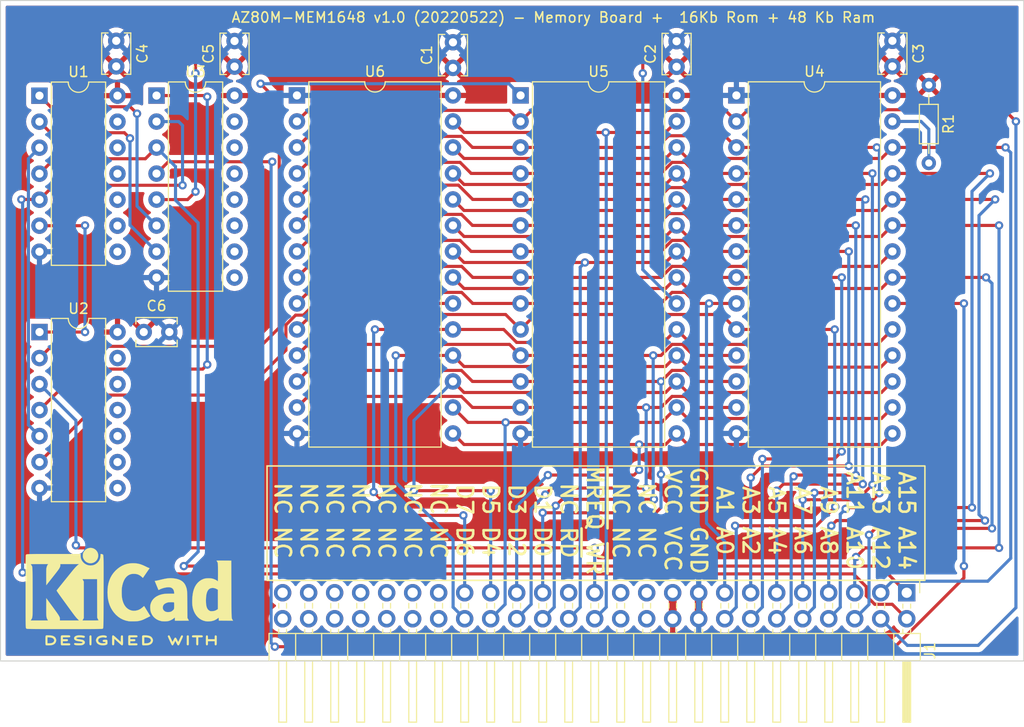
<source format=kicad_pcb>
(kicad_pcb (version 20211014) (generator pcbnew)
  (title_block (title "AZ80 Mermory Board 1648") (date "2022-05-22") (rev "v1.0") (company "Andrea Bettarini") (comment 1 "Scheda memoria 16Kb ROM - 48Kb Ram"))
  (layers (0 "F.Cu" signal) (31 "B.Cu" signal) (34 "B.Paste" user) (35 "F.Paste" user) (36 "B.SilkS" user "B.Silkscreen") (37 "F.SilkS" user "F.Silkscreen") (38 "B.Mask" user) (39 "F.Mask" user) (44 "Edge.Cuts" user))
  (net 0 "")
  (net 1 "~{CS_RAM_2}")
  (net 2 "A14")
  (net 3 "A15")
  (net 4 "~{CS_ROM}")
  (net 5 "~{CS_RAM_1}")
  (net 6 "GND")
  (net 7 "VCC")
  (net 12 "~{MREQ}")
  (net 13 "~{WR}")
  (net 15 "A14'")
  (net 16 "A12")
  (net 17 "A7")
  (net 18 "A6")
  (net 19 "A5")
  (net 20 "A4")
  (net 21 "A3")
  (net 22 "A2")
  (net 23 "A1")
  (net 24 "A0")
  (net 25 "A10")
  (net 26 "A11")
  (net 27 "A9")
  (net 28 "A8")
  (net 29 "A13")
  (net 30 "~{RD}")
  (net 31 "D1")
  (net 32 "D0")
  (net 33 "D3")
  (net 34 "D2")
  (net 35 "D5")
  (net 36 "D4")
  (net 37 "D7")
  (net 38 "D6")
  (net 53 "Net-(U1-Pad1)")
  (net 54 "Net-(U1-Pad2)")
  (net 55 "Net-(U1-Pad3)")
  (net 56 "Net-(U1-Pad6)")
  (net 57 "Net-(U2-Pad4)")
  (net 58 "Net-(R1-Pad2)")
  (footprint "Package_DIP:DIP-28_W15.24mm" (layer "F.Cu") (at 166.751 74.676)
    (fp_text reference "U4")
    (fp_text value "28C256")
  )
  (footprint "Symbol:KiCad-Logo2_8mm_SilkScreen" (layer "F.Cu") (at 107.442 122.809)
    (fp_text reference "REF**" hide)
    (fp_text value "KiCad-Logo2_8mm_SilkScreen" hide)
  )
  (footprint "Package_DIP:DIP-14_W7.62mm" (layer "F.Cu") (at 98.679 97.79)
    (fp_text reference "U2")
    (fp_text value "74LS04")
  )
  (footprint "Connector_PinHeader_2.54mm:PinHeader_2x25_P2.54mm_Horizontal" (layer "F.Cu") (at 183.388 123.255 -90)
    (fp_text reference "J1")
    (fp_text value "Z50Bus")
  )
  (footprint "Package_DIP:DIP-28_W15.24mm" (layer "F.Cu") (at 123.825 74.676)
    (fp_text reference "U6")
    (fp_text value "CY62256-70PC")
  )
  (footprint "Capacitor_THT:C_Disc_D3.8mm_W2.6mm_P2.50mm" (layer "F.Cu") (at 117.729 71.862 90)
    (fp_text reference "C5")
    (fp_text value "100n")
  )
  (footprint "Package_DIP:DIP-28_W15.24mm" (layer "F.Cu") (at 145.669 74.676)
    (fp_text reference "U5")
    (fp_text value "CY62256-70PC")
  )
  (footprint "Capacitor_THT:C_Disc_D3.8mm_W2.6mm_P2.50mm" (layer "F.Cu") (at 139.065 71.989 90)
    (fp_text reference "C1")
    (fp_text value "100n")
  )
  (footprint "Package_DIP:DIP-14_W7.62mm" (layer "F.Cu") (at 98.674 74.701)
    (fp_text reference "U1")
    (fp_text value "74LS86")
  )
  (footprint "Resistor_THT:R_Axial_DIN0204_L3.6mm_D1.6mm_P7.62mm_Horizontal" (layer "F.Cu") (at 185.547 73.66 -90)
    (fp_text reference "R1")
    (fp_text value "10k")
  )
  (footprint "Capacitor_THT:C_Disc_D3.8mm_W2.6mm_P2.50mm" (layer "F.Cu") (at 181.991 69.342 -90)
    (fp_text reference "C3")
    (fp_text value "100n")
  )
  (footprint "Package_DIP:DIP-16_W7.62mm" (layer "F.Cu") (at 110.109 74.691)
    (fp_text reference "U3")
    (fp_text value "74LS139")
  )
  (footprint "Capacitor_THT:C_Disc_D3.8mm_W2.6mm_P2.50mm" (layer "F.Cu") (at 106.172 69.342 -90)
    (fp_text reference "C4")
    (fp_text value "100n")
  )
  (footprint "Capacitor_THT:C_Disc_D3.8mm_W2.6mm_P2.50mm" (layer "F.Cu") (at 160.909 71.882 90)
    (fp_text reference "C2")
    (fp_text value "100n")
  )
  (footprint "Capacitor_THT:C_Disc_D3.8mm_W2.6mm_P2.50mm" (layer "F.Cu") (at 108.859 97.79)
    (fp_text reference "C6")
    (fp_text value "100n")
  )
  (gr_rect (start 185.166 110.871) (end 120.904 122.047) (layer "F.SilkS") (width 0.15) (fill none))
  (gr_rect (start 94.869 65.405) (end 194.818 129.921) (layer "Edge.Cuts") (width 0.1) (fill none))
  (gr_text "D1 D0" (at 147.828 116.205 270) (layer "F.SilkS") (effects (font (size 1.524 1.524) (thickness 0.254))))
  (gr_text "GND GND" (at 163.068 116.205 270) (layer "F.SilkS") (effects (font (size 1.524 1.524) (thickness 0.254))))
  (gr_text "A13 A12" (at 180.848 116.205 270) (layer "F.SilkS") (effects (font (size 1.524 1.524) (thickness 0.254))))
  (gr_text "D5 D4" (at 142.748 116.205 270) (layer "F.SilkS") (effects (font (size 1.524 1.524) (thickness 0.254))))
  (gr_text "D7 D6" (at 140.208 116.205 270) (layer "F.SilkS") (effects (font (size 1.524 1.524) (thickness 0.254))))
  (gr_text "A11 A10" (at 178.308 116.205 270) (layer "F.SilkS") (effects (font (size 1.524 1.524) (thickness 0.254))))
  (gr_text "D3 D2" (at 145.288 116.205 270) (layer "F.SilkS") (effects (font (size 1.524 1.524) (thickness 0.254))))
  (gr_text "NC NC" (at 124.968 116.205 270) (layer "F.SilkS") (effects (font (size 1.524 1.524) (thickness 0.254))))
  (gr_text "NC NC" (at 157.988 116.205 270) (layer "F.SilkS") (effects (font (size 1.524 1.524) (thickness 0.254))))
  (gr_text "NC NC" (at 137.668 116.205 270) (layer "F.SilkS") (effects (font (size 1.524 1.524) (thickness 0.254))))
  (gr_text "A1 A0" (at 165.608 116.205 270) (layer "F.SilkS") (effects (font (size 1.524 1.524) (thickness 0.254))))
  (gr_text "AZ80M-MEM1648 v1.0 (20220522) - Memory Board +  16Kb Rom + 48 Kb Ram" (at 117.348 67.056) (layer "F.SilkS") (effects (font (size 1 1)) (justify left)))
  (gr_text "A9 A8" (at 175.768 116.205 270) (layer "F.SilkS") (effects (font (size 1.524 1.524) (thickness 0.254))))
  (gr_text "~{MREQ} ~{WR}" (at 152.908 116.205 270) (layer "F.SilkS") (effects (font (size 1.524 1.524) (thickness 0.254))))
  (gr_text "A3 A2" (at 168.148 116.205 270) (layer "F.SilkS") (effects (font (size 1.524 1.524) (thickness 0.254))))
  (gr_text "NC ~{RD}" (at 150.368 116.205 270) (layer "F.SilkS") (effects (font (size 1.524 1.524) (thickness 0.254))))
  (gr_text "NC NC" (at 155.448 116.205 270) (layer "F.SilkS") (effects (font (size 1.524 1.524) (thickness 0.254))))
  (gr_text "NC NC" (at 127.508 116.205 270) (layer "F.SilkS") (effects (font (size 1.524 1.524) (thickness 0.254))))
  (gr_text "VCC VCC" (at 160.528 116.205 270) (layer "F.SilkS") (effects (font (size 1.524 1.524) (thickness 0.254))))
  (gr_text "NC NC" (at 135.128 116.205 270) (layer "F.SilkS") (effects (font (size 1.524 1.524) (thickness 0.254))))
  (gr_text "NC NC" (at 130.048 116.205 270) (layer "F.SilkS") (effects (font (size 1.524 1.524) (thickness 0.254))))
  (gr_text "A5 A4" (at 170.688 116.205 270) (layer "F.SilkS") (effects (font (size 1.524 1.524) (thickness 0.254))))
  (gr_text "NC NC" (at 132.588 116.205 270) (layer "F.SilkS") (effects (font (size 1.524 1.524) (thickness 0.254))))
  (gr_text "NC NC" (at 122.428 116.205 270) (layer "F.SilkS") (effects (font (size 1.524 1.524) (thickness 0.254))))
  (gr_text "A7 A6" (at 173.228 116.205 270) (layer "F.SilkS") (effects (font (size 1.524 1.524) (thickness 0.254))))
  (gr_text "A15 A14" (at 183.388 116.205 270) (layer "F.SilkS") (effects (font (size 1.524 1.524) (thickness 0.254))))
  (segment (start 122.746089 99.566822) (end 122.746089 97.089099) (width 0.3048) (layer "F.Cu") (net 1))
  (segment (start 122.746089 97.089099) (end 123.696188 96.139) (width 0.3048) (layer "F.Cu") (net 1))
  (segment (start 105.220089 103.948911) (end 118.364 103.948911) (width 0.3048) (layer "F.Cu") (net 1))
  (segment (start 125.603 94.996) (end 139.065 94.996) (width 0.3048) (layer "F.Cu") (net 1))
  (segment (start 98.679 110.49) (end 105.220089 103.948911) (width 0.3048) (layer "F.Cu") (net 1))
  (segment (start 124.46 96.139) (end 125.603 94.996) (width 0.3048) (layer "F.Cu") (net 1))
  (segment (start 118.364 103.948911) (end 122.746089 99.566822) (width 0.3048) (layer "F.Cu") (net 1))
  (segment (start 123.696188 96.139) (end 124.46 96.139) (width 0.3048) (layer "F.Cu") (net 1))
  (segment (start 181.976911 124.383911) (end 180.263911 124.383911) (width 0.3048) (layer "F.Cu") (net 2))
  (segment (start 98.649 84.836) (end 98.674 84.861) (width 0.3048) (layer "F.Cu") (net 2))
  (segment (start 97.155 121.412) (end 97.028 121.285) (width 0.3048) (layer "F.Cu") (net 2))
  (segment (start 183.388 125.795) (end 181.976911 124.383911) (width 0.3048) (layer "F.Cu") (net 2))
  (segment (start 180.263911 124.383911) (end 179.436911 123.556911) (width 0.3048) (layer "F.Cu") (net 2))
  (segment (start 100.081 83.454) (end 112.649 83.454) (width 0.3048) (layer "F.Cu") (net 2))
  (segment (start 96.909789 84.836) (end 98.649 84.836) (width 0.3048) (layer "F.Cu") (net 2))
  (segment (start 178.181 121.412) (end 97.155 121.412) (width 0.3048) (layer "F.Cu") (net 2))
  (segment (start 179.436911 123.556911) (end 179.436911 122.667911) (width 0.3048) (layer "F.Cu") (net 2))
  (segment (start 179.436911 122.667911) (end 178.181 121.412) (width 0.3048) (layer "F.Cu") (net 2))
  (segment (start 98.674 84.861) (end 100.081 83.454) (width 0.3048) (layer "F.Cu") (net 2))
  (via (at 96.909789 84.836) (size 0.8128) (drill 0.4064) (layers "F.Cu" "B.Cu") (net 2))
  (via (at 97.028 121.285) (size 0.8128) (drill 0.4064) (layers "F.Cu" "B.Cu") (net 2))
  (via (at 112.649 83.454) (size 0.8128) (drill 0.4064) (layers "F.Cu" "B.Cu") (net 2))
  (segment (start 112.268 77.231) (end 110.109 77.231) (width 0.3048) (layer "B.Cu") (net 2))
  (segment (start 97.028 121.285) (end 97.028 84.954211) (width 0.3048) (layer "B.Cu") (net 2))
  (segment (start 97.028 84.954211) (end 96.909789 84.836) (width 0.3048) (layer "B.Cu") (net 2))
  (segment (start 112.649 83.454) (end 112.649 77.612) (width 0.3048) (layer "B.Cu") (net 2))
  (segment (start 112.649 77.612) (end 112.268 77.231) (width 0.3048) (layer "B.Cu") (net 2))
  (segment (start 100.135089 80.859911) (end 109.020089 80.859911) (width 0.3048) (layer "F.Cu") (net 3))
  (segment (start 183.388 123.255) (end 180.783 120.65) (width 0.3048) (layer "F.Cu") (net 3))
  (segment (start 98.674 82.321) (end 100.135089 80.859911) (width 0.3048) (layer "F.Cu") (net 3))
  (segment (start 180.783 120.65) (end 112.776 120.65) (width 0.3048) (layer "F.Cu") (net 3))
  (segment (start 109.020089 80.859911) (end 110.109 79.771) (width 0.3048) (layer "F.Cu") (net 3))
  (via (at 112.776 120.65) (size 0.8128) (drill 0.4064) (layers "F.Cu" "B.Cu") (net 3))
  (segment (start 110.109 79.771) (end 111.963689 81.625689) (width 0.3048) (layer "B.Cu") (net 3))
  (segment (start 114.173 119.253) (end 112.776 120.65) (width 0.3048) (layer "B.Cu") (net 3))
  (segment (start 111.963689 81.625689) (end 111.963689 84.912689) (width 0.3048) (layer "B.Cu") (net 3))
  (segment (start 111.963689 84.912689) (end 114.173 87.122) (width 0.3048) (layer "B.Cu") (net 3))
  (segment (start 114.173 87.122) (end 114.173 119.253) (width 0.3048) (layer "B.Cu") (net 3))
  (segment (start 188.976 94.996) (end 181.991 94.996) (width 0.3048) (layer "F.Cu") (net 4))
  (segment (start 121.666 128.524) (end 182.255522 128.524) (width 0.3048) (layer "F.Cu") (net 4))
  (segment (start 182.255522 128.524) (end 188.976 121.803522) (width 0.3048) (layer "F.Cu") (net 4))
  (segment (start 111.267 81.153) (end 121.412 81.153) (width 0.3048) (layer "F.Cu") (net 4))
  (segment (start 188.976 121.803522) (end 188.976 120.65) (width 0.3048) (layer "F.Cu") (net 4))
  (segment (start 110.109 82.311) (end 111.267 81.153) (width 0.3048) (layer "F.Cu") (net 4))
  (via (at 188.976 120.65) (size 0.8128) (drill 0.4064) (layers "F.Cu" "B.Cu") (net 4))
  (via (at 188.976 94.996) (size 0.8128) (drill 0.4064) (layers "F.Cu" "B.Cu") (net 4))
  (via (at 121.666 128.524) (size 0.8128) (drill 0.4064) (layers "F.Cu" "B.Cu") (net 4))
  (via (at 121.412 81.153) (size 0.8128) (drill 0.4064) (layers "F.Cu" "B.Cu") (net 4))
  (segment (start 121.299089 128.157089) (end 121.666 128.524) (width 0.3048) (layer "B.Cu") (net 4))
  (segment (start 121.412 81.153) (end 121.299089 81.265911) (width 0.3048) (layer "B.Cu") (net 4))
  (segment (start 188.976 120.65) (end 188.976 94.996) (width 0.3048) (layer "B.Cu") (net 4))
  (segment (start 121.299089 81.265911) (end 121.299089 128.157089) (width 0.3048) (layer "B.Cu") (net 4))
  (segment (start 155.956 67.437) (end 114.935 67.437) (width 0.3048) (layer "F.Cu") (net 5))
  (segment (start 113.142 84.851) (end 113.919 84.074) (width 0.3048) (layer "F.Cu") (net 5))
  (segment (start 110.109 84.851) (end 113.142 84.851) (width 0.3048) (layer "F.Cu") (net 5))
  (segment (start 113.919 68.453) (end 113.919 72.517) (width 0.3048) (layer "F.Cu") (net 5))
  (segment (start 157.607 72.517) (end 157.607 69.088) (width 0.3048) (layer "F.Cu") (net 5))
  (segment (start 157.607 69.088) (end 155.956 67.437) (width 0.3048) (layer "F.Cu") (net 5))
  (segment (start 114.935 67.437) (end 113.919 68.453) (width 0.3048) (layer "F.Cu") (net 5))
  (via (at 113.919 84.074) (size 0.8128) (drill 0.4064) (layers "F.Cu" "B.Cu") (net 5))
  (via (at 113.919 72.517) (size 0.8128) (drill 0.4064) (layers "F.Cu" "B.Cu") (net 5))
  (via (at 157.607 72.517) (size 0.8128) (drill 0.4064) (layers "F.Cu" "B.Cu") (net 5))
  (segment (start 113.919 72.517) (end 113.919 84.074) (width 0.3048) (layer "B.Cu") (net 5))
  (segment (start 160.909 94.996) (end 157.607 91.694) (width 0.3048) (layer "B.Cu") (net 5))
  (segment (start 157.607 91.694) (end 157.607 72.517) (width 0.3048) (layer "B.Cu") (net 5))
  (segment (start 163.068 123.255) (end 163.068 125.795) (width 0.762) (layer "F.Cu") (net 6))
  (segment (start 160.528 123.255) (end 160.528 125.795) (width 0.762) (layer "F.Cu") (net 7))
  (segment (start 152.908 118.872) (end 102.489 118.872) (width 0.3048) (layer "F.Cu") (net 12))
  (segment (start 102.489 118.872) (end 102.235 118.618) (width 0.3048) (layer "F.Cu") (net 12))
  (via (at 102.235 118.618) (size 0.8128) (drill 0.4064) (layers "F.Cu" "B.Cu") (net 12))
  (via (at 152.908 118.872) (size 0.8128) (drill 0.4064) (layers "F.Cu" "B.Cu") (net 12))
  (segment (start 152.908 123.255) (end 152.908 118.872) (width 0.3048) (layer "B.Cu") (net 12))
  (segment (start 102.235 118.618) (end 102.235 106.426) (width 0.3048) (layer "B.Cu") (net 12))
  (segment (start 102.235 106.426) (end 98.679 102.87) (width 0.3048) (layer "B.Cu") (net 12))
  (segment (start 139.065 77.216) (end 140.143911 78.294911) (width 0.3048) (layer "F.Cu") (net 13))
  (segment (start 140.143911 78.294911) (end 153.986911 78.294911) (width 0.3048) (layer "F.Cu") (net 13))
  (segment (start 159.830089 78.294911) (end 160.909 77.216) (width 0.3048) (layer "F.Cu") (net 13))
  (segment (start 153.986911 78.294911) (end 159.830089 78.294911) (width 0.3048) (layer "F.Cu") (net 13))
  (via (at 153.986911 78.294911) (size 0.8128) (drill 0.4064) (layers "F.Cu" "B.Cu") (net 13))
  (segment (start 154.036911 124.666089) (end 154.036911 78.344911) (width 0.3048) (layer "B.Cu") (net 13))
  (segment (start 154.036911 78.344911) (end 153.986911 78.294911) (width 0.3048) (layer "B.Cu") (net 13))
  (segment (start 152.908 125.795) (end 154.036911 124.666089) (width 0.3048) (layer "B.Cu") (net 13))
  (segment (start 122.097311 75.361311) (end 122.097311 97.358689) (width 0.3048) (layer "F.Cu") (net 15))
  (segment (start 99.822 99.187) (end 120.269 99.187) (width 0.3048) (layer "F.Cu") (net 15))
  (segment (start 122.097311 97.358689) (end 120.269 99.187) (width 0.3048) (layer "F.Cu") (net 15))
  (segment (start 120.269 73.533) (end 122.097311 75.361311) (width 0.3048) (layer "F.Cu") (net 15))
  (segment (start 98.679 100.33) (end 99.822 99.187) (width 0.3048) (layer "F.Cu") (net 15))
  (via (at 120.269 73.533) (size 0.8128) (drill 0.4064) (layers "F.Cu" "B.Cu") (net 15))
  (segment (start 144.526 73.533) (end 120.269 73.533) (width 0.3048) (layer "B.Cu") (net 15))
  (segment (start 145.669 74.676) (end 144.526 73.533) (width 0.3048) (layer "B.Cu") (net 15))
  (segment (start 145.669 77.216) (end 146.747911 76.137089) (width 0.3048) (layer "F.Cu") (net 16))
  (segment (start 123.825 77.216) (end 124.903911 76.137089) (width 0.3048) (layer "F.Cu") (net 16))
  (segment (start 194.056 77.216) (end 192.913 76.073) (width 0.3048) (layer "F.Cu") (net 16))
  (segment (start 192.913 76.073) (end 167.894 76.073) (width 0.3048) (layer "F.Cu") (net 16))
  (segment (start 124.903911 76.137089) (end 144.590089 76.137089) (width 0.3048) (layer "F.Cu") (net 16))
  (segment (start 165.672089 76.137089) (end 166.751 77.216) (width 0.3048) (layer "F.Cu") (net 16))
  (segment (start 146.747911 76.137089) (end 165.672089 76.137089) (width 0.3048) (layer "F.Cu") (net 16))
  (segment (start 144.590089 76.137089) (end 145.669 77.216) (width 0.3048) (layer "F.Cu") (net 16))
  (segment (start 167.894 76.073) (end 166.751 77.216) (width 0.3048) (layer "F.Cu") (net 16))
  (via (at 194.056 77.216) (size 0.8128) (drill 0.4064) (layers "F.Cu" "B.Cu") (net 16))
  (segment (start 180.848 125.795) (end 183.45 128.397) (width 0.3048) (layer "B.Cu") (net 16))
  (segment (start 194.056 124.714) (end 194.056 77.216) (width 0.3048) (layer "B.Cu") (net 16))
  (segment (start 190.373 128.397) (end 194.056 124.714) (width 0.3048) (layer "B.Cu") (net 16))
  (segment (start 183.45 128.397) (end 190.373 128.397) (width 0.3048) (layer "B.Cu") (net 16))
  (segment (start 180.467 79.756) (end 166.751 79.756) (width 0.3048) (layer "F.Cu") (net 17))
  (segment (start 158.978978 79.756) (end 160.121978 78.613) (width 0.3048) (layer "F.Cu") (net 17))
  (segment (start 140.97 79.756) (end 145.669 79.756) (width 0.3048) (layer "F.Cu") (net 17))
  (segment (start 145.669 79.756) (end 158.978978 79.756) (width 0.3048) (layer "F.Cu") (net 17))
  (segment (start 123.825 79.756) (end 124.903911 78.677089) (width 0.3048) (layer "F.Cu") (net 17))
  (segment (start 124.903911 78.677089) (end 139.891089 78.677089) (width 0.3048) (layer "F.Cu") (net 17))
  (segment (start 165.608 78.613) (end 166.751 79.756) (width 0.3048) (layer "F.Cu") (net 17))
  (segment (start 173.228 114.173) (end 180.086 114.173) (width 0.3048) (layer "F.Cu") (net 17))
  (segment (start 160.121978 78.613) (end 165.608 78.613) (width 0.3048) (layer "F.Cu") (net 17))
  (segment (start 180.086 114.173) (end 180.721 113.538) (width 0.3048) (layer "F.Cu") (net 17))
  (segment (start 139.891089 78.677089) (end 140.97 79.756) (width 0.3048) (layer "F.Cu") (net 17))
  (via (at 180.721 113.538) (size 0.8128) (drill 0.4064) (layers "F.Cu" "B.Cu") (net 17))
  (via (at 173.228 114.173) (size 0.8128) (drill 0.4064) (layers "F.Cu" "B.Cu") (net 17))
  (via (at 180.467 79.756) (size 0.8128) (drill 0.4064) (layers "F.Cu" "B.Cu") (net 17))
  (segment (start 180.721 113.538) (end 180.721 80.01) (width 0.3048) (layer "B.Cu") (net 17))
  (segment (start 180.721 80.01) (end 180.467 79.756) (width 0.3048) (layer "B.Cu") (net 17))
  (segment (start 173.228 123.255) (end 173.228 114.173) (width 0.3048) (layer "B.Cu") (net 17))
  (segment (start 124.903911 81.217089) (end 139.764089 81.217089) (width 0.3048) (layer "F.Cu") (net 18))
  (segment (start 179.245862 113.4877) (end 180.0357 112.697862) (width 0.3048) (layer "F.Cu") (net 18))
  (segment (start 140.843 82.296) (end 145.669 82.296) (width 0.3048) (layer "F.Cu") (net 18))
  (segment (start 160.462099 81.217089) (end 161.735089 81.217089) (width 0.3048) (layer "F.Cu") (net 18))
  (segment (start 161.735089 81.217089) (end 162.814 82.296) (width 0.3048) (layer "F.Cu") (net 18))
  (segment (start 123.825 82.296) (end 124.903911 81.217089) (width 0.3048) (layer "F.Cu") (net 18))
  (segment (start 180.0357 82.296) (end 166.751 82.296) (width 0.3048) (layer "F.Cu") (net 18))
  (segment (start 139.764089 81.217089) (end 140.843 82.296) (width 0.3048) (layer "F.Cu") (net 18))
  (segment (start 162.814 82.296) (end 166.751 82.296) (width 0.3048) (layer "F.Cu") (net 18))
  (segment (start 159.383188 82.296) (end 160.462099 81.217089) (width 0.3048) (layer "F.Cu") (net 18))
  (segment (start 174.371 113.4877) (end 179.245862 113.4877) (width 0.3048) (layer "F.Cu") (net 18))
  (segment (start 145.669 82.296) (end 159.383188 82.296) (width 0.3048) (layer "F.Cu") (net 18))
  (via (at 180.0357 112.697862) (size 0.8128) (drill 0.4064) (layers "F.Cu" "B.Cu") (net 18))
  (via (at 174.371 113.4877) (size 0.8128) (drill 0.4064) (layers "F.Cu" "B.Cu") (net 18))
  (via (at 180.0357 82.296) (size 0.8128) (drill 0.4064) (layers "F.Cu" "B.Cu") (net 18))
  (segment (start 180.0357 112.697862) (end 180.0357 82.296) (width 0.3048) (layer "B.Cu") (net 18))
  (segment (start 173.228 125.795) (end 174.371 124.652) (width 0.3048) (layer "B.Cu") (net 18))
  (segment (start 174.371 124.652) (end 174.371 113.4877) (width 0.3048) (layer "B.Cu") (net 18))
  (segment (start 170.688 113.284) (end 171.326572 112.645428) (width 0.3048) (layer "F.Cu") (net 19))
  (segment (start 171.326572 112.645428) (end 179.097862 112.645428) (width 0.3048) (layer "F.Cu") (net 19))
  (segment (start 179.3504 84.836) (end 166.751 84.836) (width 0.3048) (layer "F.Cu") (net 19))
  (segment (start 145.669 84.836) (end 159.004 84.836) (width 0.3048) (layer "F.Cu") (net 19))
  (segment (start 123.825 84.836) (end 125.222 83.439) (width 0.3048) (layer "F.Cu") (net 19))
  (segment (start 160.159511 83.680489) (end 161.683511 83.680489) (width 0.3048) (layer "F.Cu") (net 19))
  (segment (start 139.598022 83.439) (end 140.995022 84.836) (width 0.3048) (layer "F.Cu") (net 19))
  (segment (start 161.683511 83.680489) (end 162.839022 84.836) (width 0.3048) (layer "F.Cu") (net 19))
  (segment (start 162.839022 84.836) (end 166.751 84.836) (width 0.3048) (layer "F.Cu") (net 19))
  (segment (start 125.222 83.439) (end 139.598022 83.439) (width 0.3048) (layer "F.Cu") (net 19))
  (segment (start 140.995022 84.836) (end 145.669 84.836) (width 0.3048) (layer "F.Cu") (net 19))
  (segment (start 159.004 84.836) (end 160.159511 83.680489) (width 0.3048) (layer "F.Cu") (net 19))
  (via (at 170.688 113.284) (size 0.8128) (drill 0.4064) (layers "F.Cu" "B.Cu") (net 19))
  (via (at 179.3504 84.836) (size 0.8128) (drill 0.4064) (layers "F.Cu" "B.Cu") (net 19))
  (via (at 179.097862 112.645428) (size 0.8128) (drill 0.4064) (layers "F.Cu" "B.Cu") (net 19))
  (segment (start 179.097862 85.088538) (end 179.3504 84.836) (width 0.3048) (layer "B.Cu") (net 19))
  (segment (start 170.688 123.255) (end 170.688 113.284) (width 0.3048) (layer "B.Cu") (net 19))
  (segment (start 179.097862 112.645428) (end 179.097862 85.088538) (width 0.3048) (layer "B.Cu") (net 19))
  (segment (start 145.669 87.376) (end 158.978978 87.376) (width 0.3048) (layer "F.Cu") (net 20))
  (segment (start 139.891089 86.297089) (end 140.97 87.376) (width 0.3048) (layer "F.Cu") (net 20))
  (segment (start 140.97 87.376) (end 145.669 87.376) (width 0.3048) (layer "F.Cu") (net 20))
  (segment (start 160.134489 86.220489) (end 161.683511 86.220489) (width 0.3048) (layer "F.Cu") (net 20))
  (segment (start 123.825 87.376) (end 124.903911 86.297089) (width 0.3048) (layer "F.Cu") (net 20))
  (segment (start 161.683511 86.220489) (end 162.839022 87.376) (width 0.3048) (layer "F.Cu") (net 20))
  (segment (start 124.903911 86.297089) (end 139.891089 86.297089) (width 0.3048) (layer "F.Cu") (net 20))
  (segment (start 158.978978 87.376) (end 160.134489 86.220489) (width 0.3048) (layer "F.Cu") (net 20))
  (segment (start 172.466 111.76) (end 178.412562 111.76) (width 0.3048) (layer "F.Cu") (net 20))
  (segment (start 162.839022 87.376) (end 166.751 87.376) (width 0.3048) (layer "F.Cu") (net 20))
  (segment (start 172.339 111.887) (end 172.466 111.76) (width 0.3048) (layer "F.Cu") (net 20))
  (segment (start 178.412562 87.376) (end 166.751 87.376) (width 0.3048) (layer "F.Cu") (net 20))
  (via (at 178.412562 111.76) (size 0.8128) (drill 0.4064) (layers "F.Cu" "B.Cu") (net 20))
  (via (at 178.412562 87.376) (size 0.8128) (drill 0.4064) (layers "F.Cu" "B.Cu") (net 20))
  (via (at 172.339 111.887) (size 0.8128) (drill 0.4064) (layers "F.Cu" "B.Cu") (net 20))
  (segment (start 178.412562 111.76) (end 178.412562 87.376) (width 0.3048) (layer "B.Cu") (net 20))
  (segment (start 172.099089 124.383911) (end 172.099089 112.126911) (width 0.3048) (layer "B.Cu") (net 20))
  (segment (start 170.688 125.795) (end 172.099089 124.383911) (width 0.3048) (layer "B.Cu") (net 20))
  (segment (start 172.099089 112.126911) (end 172.339 111.887) (width 0.3048) (layer "B.Cu") (net 20))
  (segment (start 168.148 112.014) (end 169.291 110.871) (width 0.3048) (layer "F.Cu") (net 21))
  (segment (start 123.825 89.916) (end 124.903911 88.837089) (width 0.3048) (layer "F.Cu") (net 21))
  (segment (start 140.843 89.916) (end 145.669 89.916) (width 0.3048) (layer "F.Cu") (net 21))
  (segment (start 177.727262 89.916) (end 166.751 89.916) (width 0.3048) (layer "F.Cu") (net 21))
  (segment (start 145.669 89.916) (end 159.383188 89.916) (width 0.3048) (layer "F.Cu") (net 21))
  (segment (start 124.903911 88.837089) (end 139.764089 88.837089) (width 0.3048) (layer "F.Cu") (net 21))
  (segment (start 160.462099 88.837089) (end 161.608089 88.837089) (width 0.3048) (layer "F.Cu") (net 21))
  (segment (start 139.764089 88.837089) (end 140.843 89.916) (width 0.3048) (layer "F.Cu") (net 21))
  (segment (start 161.608089 88.837089) (end 162.687 89.916) (width 0.3048) (layer "F.Cu") (net 21))
  (segment (start 162.687 89.916) (end 166.751 89.916) (width 0.3048) (layer "F.Cu") (net 21))
  (segment (start 159.383188 89.916) (end 160.462099 88.837089) (width 0.3048) (layer "F.Cu") (net 21))
  (segment (start 169.291 110.871) (end 177.727262 110.871) (width 0.3048) (layer "F.Cu") (net 21))
  (via (at 177.727262 89.916) (size 0.8128) (drill 0.4064) (layers "F.Cu" "B.Cu") (net 21))
  (via (at 168.148 112.014) (size 0.8128) (drill 0.4064) (layers "F.Cu" "B.Cu") (net 21))
  (via (at 177.727262 110.871) (size 0.8128) (drill 0.4064) (layers "F.Cu" "B.Cu") (net 21))
  (segment (start 168.148 123.255) (end 168.148 112.014) (width 0.3048) (layer "B.Cu") (net 21))
  (segment (start 177.727262 110.871) (end 177.727262 89.916) (width 0.3048) (layer "B.Cu") (net 21))
  (segment (start 139.916111 91.377089) (end 140.995022 92.456) (width 0.3048) (layer "F.Cu") (net 22))
  (segment (start 159.383188 92.456) (end 160.462099 91.377089) (width 0.3048) (layer "F.Cu") (net 22))
  (segment (start 177.041962 92.456) (end 166.751 92.456) (width 0.3048) (layer "F.Cu") (net 22))
  (segment (start 140.995022 92.456) (end 145.669 92.456) (width 0.3048) (layer "F.Cu") (net 22))
  (segment (start 169.291 110.1857) (end 176.312511 110.1857) (width 0.3048) (layer "F.Cu") (net 22))
  (segment (start 145.669 92.456) (end 159.383188 92.456) (width 0.3048) (layer "F.Cu") (net 22))
  (segment (start 124.903911 91.377089) (end 139.916111 91.377089) (width 0.3048) (layer "F.Cu") (net 22))
  (segment (start 162.814 92.456) (end 166.751 92.456) (width 0.3048) (layer "F.Cu") (net 22))
  (segment (start 176.312511 110.1857) (end 177.038 109.460211) (width 0.3048) (layer "F.Cu") (net 22))
  (segment (start 123.825 92.456) (end 124.903911 91.377089) (width 0.3048) (layer "F.Cu") (net 22))
  (segment (start 161.735089 91.377089) (end 162.814 92.456) (width 0.3048) (layer "F.Cu") (net 22))
  (segment (start 160.462099 91.377089) (end 161.735089 91.377089) (width 0.3048) (layer "F.Cu") (net 22))
  (via (at 169.291 110.1857) (size 0.8128) (drill 0.4064) (layers "F.Cu" "B.Cu") (net 22))
  (via (at 177.041962 92.456) (size 0.8128) (drill 0.4064) (layers "F.Cu" "B.Cu") (net 22))
  (via (at 177.038 109.460211) (size 0.8128) (drill 0.4064) (layers "F.Cu" "B.Cu") (net 22))
  (segment (start 168.148 125.795) (end 169.291 124.652) (width 0.3048) (layer "B.Cu") (net 22))
  (segment (start 177.038 109.460211) (end 177.038 92.459962) (width 0.3048) (layer "B.Cu") (net 22))
  (segment (start 169.291 124.652) (end 169.291 110.1857) (width 0.3048) (layer "B.Cu") (net 22))
  (segment (start 177.038 92.459962) (end 177.041962 92.456) (width 0.3048) (layer "B.Cu") (net 22))
  (segment (start 123.825 94.996) (end 124.903911 93.917089) (width 0.3048) (layer "F.Cu") (net 23))
  (segment (start 140.995022 94.996) (end 145.669 94.996) (width 0.3048) (layer "F.Cu") (net 23))
  (segment (start 145.669 94.996) (end 159.383188 94.996) (width 0.3048) (layer "F.Cu") (net 23))
  (segment (start 162.814 94.996) (end 164.084 94.996) (width 0.3048) (layer "F.Cu") (net 23))
  (segment (start 160.462099 93.917089) (end 161.735089 93.917089) (width 0.3048) (layer "F.Cu") (net 23))
  (segment (start 164.084 94.996) (end 166.751 94.996) (width 0.3048) (layer "F.Cu") (net 23))
  (segment (start 139.916111 93.917089) (end 140.995022 94.996) (width 0.3048) (layer "F.Cu") (net 23))
  (segment (start 161.735089 93.917089) (end 162.814 94.996) (width 0.3048) (layer "F.Cu") (net 23))
  (segment (start 159.383188 94.996) (end 160.462099 93.917089) (width 0.3048) (layer "F.Cu") (net 23))
  (segment (start 124.903911 93.917089) (end 139.916111 93.917089) (width 0.3048) (layer "F.Cu") (net 23))
  (via (at 164.084 94.996) (size 0.8128) (drill 0.4064) (layers "F.Cu" "B.Cu") (net 23))
  (segment (start 165.608 123.255) (end 165.608 118.237) (width 0.3048) (layer "B.Cu") (net 23))
  (segment (start 163.83 95.25) (end 164.084 94.996) (width 0.3048) (layer "B.Cu") (net 23))
  (segment (start 163.83 116.459) (end 163.83 95.25) (width 0.3048) (layer "B.Cu") (net 23))
  (segment (start 165.608 118.237) (end 163.83 116.459) (width 0.3048) (layer "B.Cu") (net 23))
  (segment (start 165.289911 96.074911) (end 166.751 97.536) (width 0.3048) (layer "F.Cu") (net 24))
  (segment (start 123.825 97.536) (end 125.286089 96.074911) (width 0.3048) (layer "F.Cu") (net 24))
  (segment (start 144.207911 96.074911) (end 145.669 97.536) (width 0.3048) (layer "F.Cu") (net 24))
  (segment (start 147.130089 96.074911) (end 165.289911 96.074911) (width 0.3048) (layer "F.Cu") (net 24))
  (segment (start 166.624 116.713) (end 174.5483 116.713) (width 0.3048) (layer "F.Cu") (net 24))
  (segment (start 125.286089 96.074911) (end 144.207911 96.074911) (width 0.3048) (layer "F.Cu") (net 24))
  (segment (start 176.3527 97.536) (end 166.751 97.536) (width 0.3048) (layer "F.Cu") (net 24))
  (segment (start 174.5483 116.713) (end 176.403 114.8583) (width 0.3048) (layer "F.Cu") (net 24))
  (segment (start 145.669 97.536) (end 147.130089 96.074911) (width 0.3048) (layer "F.Cu") (net 24))
  (via (at 176.3527 97.536) (size 0.8128) (drill 0.4064) (layers "F.Cu" "B.Cu") (net 24))
  (via (at 176.403 114.8583) (size 0.8128) (drill 0.4064) (layers "F.Cu" "B.Cu") (net 24))
  (via (at 166.624 116.713) (size 0.8128) (drill 0.4064) (layers "F.Cu" "B.Cu") (net 24))
  (segment (start 166.736911 124.666089) (end 166.736911 116.825911) (width 0.3048) (layer "B.Cu") (net 24))
  (segment (start 176.403 114.8583) (end 176.352689 114.807989) (width 0.3048) (layer "B.Cu") (net 24))
  (segment (start 176.352689 114.807989) (end 176.352689 97.536011) (width 0.3048) (layer "B.Cu") (net 24))
  (segment (start 166.736911 116.825911) (end 166.624 116.713) (width 0.3048) (layer "B.Cu") (net 24))
  (segment (start 165.608 125.795) (end 166.736911 124.666089) (width 0.3048) (layer "B.Cu") (net 24))
  (segment (start 176.352689 97.536011) (end 176.3527 97.536) (width 0.3048) (layer "B.Cu") (net 24))
  (segment (start 139.065 92.456) (end 140.143911 93.534911) (width 0.3048) (layer "F.Cu") (net 25))
  (segment (start 160.909 92.456) (end 161.987911 93.534911) (width 0.3048) (layer "F.Cu") (net 25))
  (segment (start 159.830089 93.534911) (end 160.909 92.456) (width 0.3048) (layer "F.Cu") (net 25))
  (segment (start 191.135 92.456) (end 181.991 92.456) (width 0.3048) (layer "F.Cu") (net 25))
  (segment (start 179.705 117.602) (end 180.34 116.967) (width 0.3048) (layer "F.Cu") (net 25))
  (segment (start 161.987911 93.534911) (end 177.608911 93.534911) (width 0.3048) (layer "F.Cu") (net 25))
  (segment (start 180.912089 93.534911) (end 181.991 92.456) (width 0.3048) (layer "F.Cu") (net 25))
  (segment (start 177.608911 93.534911) (end 180.912089 93.534911) (width 0.3048) (layer "F.Cu") (net 25))
  (segment (start 140.143911 93.534911) (end 159.830089 93.534911) (width 0.3048) (layer "F.Cu") (net 25))
  (segment (start 180.34 116.967) (end 191.7197 116.967) (width 0.3048) (layer "F.Cu") (net 25))
  (via (at 191.135 92.456) (size 0.8128) (drill 0.4064) (layers "F.Cu" "B.Cu") (net 25))
  (via (at 179.705 117.602) (size 0.8128) (drill 0.4064) (layers "F.Cu" "B.Cu") (net 25))
  (via (at 191.7197 116.967) (size 0.8128) (drill 0.4064) (layers "F.Cu" "B.Cu") (net 25))
  (segment (start 179.705 124.398) (end 179.705 117.602) (width 0.3048) (layer "B.Cu") (net 25))
  (segment (start 191.7197 116.967) (end 191.7197 93.0407) (width 0.3048) (layer "B.Cu") (net 25))
  (segment (start 191.7197 93.0407) (end 191.135 92.456) (width 0.3048) (layer "B.Cu") (net 25))
  (segment (start 178.308 125.795) (end 179.705 124.398) (width 0.3048) (layer "B.Cu") (net 25))
  (segment (start 180.912089 88.454911) (end 181.991 87.376) (width 0.3048) (layer "F.Cu") (net 26))
  (segment (start 178.435 119.761) (end 179.324 118.872) (width 0.3048) (layer "F.Cu") (net 26))
  (segment (start 139.065 87.376) (end 140.143911 88.454911) (width 0.3048) (layer "F.Cu") (net 26))
  (segment (start 192.405 87.376) (end 181.991 87.376) (width 0.3048) (layer "F.Cu") (net 26))
  (segment (start 159.830089 88.454911) (end 160.909 87.376) (width 0.3048) (layer "F.Cu") (net 26))
  (segment (start 140.143911 88.454911) (end 159.830089 88.454911) (width 0.3048) (layer "F.Cu") (net 26))
  (segment (start 179.324 118.872) (end 192.405 118.872) (width 0.3048) (layer "F.Cu") (net 26))
  (segment (start 160.909 87.376) (end 161.987911 88.454911) (width 0.3048) (layer "F.Cu") (net 26))
  (segment (start 161.987911 88.454911) (end 180.912089 88.454911) (width 0.3048) (layer "F.Cu") (net 26))
  (via (at 192.405 87.376) (size 0.8128) (drill 0.4064) (layers "F.Cu" "B.Cu") (net 26))
  (via (at 192.405 118.872) (size 0.8128) (drill 0.4064) (layers "F.Cu" "B.Cu") (net 26))
  (via (at 178.435 119.761) (size 0.8128) (drill 0.4064) (layers "F.Cu" "B.Cu") (net 26))
  (segment (start 178.308 123.255) (end 178.308 119.888) (width 0.3048) (layer "B.Cu") (net 26))
  (segment (start 178.308 119.888) (end 178.435 119.761) (width 0.3048) (layer "B.Cu") (net 26))
  (segment (start 192.405 118.872) (end 192.405 87.376) (width 0.3048) (layer "B.Cu") (net 26))
  (segment (start 176.53 116.205) (end 191.0344 116.205) (width 0.3048) (layer "F.Cu") (net 27))
  (segment (start 176.022 116.713) (end 176.53 116.205) (width 0.3048) (layer "F.Cu") (net 27))
  (segment (start 139.065 84.836) (end 140.143911 85.914911) (width 0.3048) (layer "F.Cu") (net 27))
  (segment (start 180.912089 85.914911) (end 181.991 84.836) (width 0.3048) (layer "F.Cu") (net 27))
  (segment (start 140.143911 85.914911) (end 159.830089 85.914911) (width 0.3048) (layer "F.Cu") (net 27))
  (segment (start 160.909 84.836) (end 161.987911 85.914911) (width 0.3048) (layer "F.Cu") (net 27))
  (segment (start 159.830089 85.914911) (end 160.909 84.836) (width 0.3048) (layer "F.Cu") (net 27))
  (segment (start 161.987911 85.914911) (end 180.912089 85.914911) (width 0.3048) (layer "F.Cu") (net 27))
  (segment (start 192.024 84.836) (end 181.991 84.836) (width 0.3048) (layer "F.Cu") (net 27))
  (via (at 191.0344 116.205) (size 0.8128) (drill 0.4064) (layers "F.Cu" "B.Cu") (net 27))
  (via (at 192.024 84.836) (size 0.8128) (drill 0.4064) (layers "F.Cu" "B.Cu") (net 27))
  (via (at 176.022 116.713) (size 0.8128) (drill 0.4064) (layers "F.Cu" "B.Cu") (net 27))
  (segment (start 175.768 123.255) (end 175.768 116.967) (width 0.3048) (layer "B.Cu") (net 27))
  (segment (start 191.0344 116.205) (end 190.449689 115.620289) (width 0.3048) (layer "B.Cu") (net 27))
  (segment (start 190.449689 86.410311) (end 192.024 84.836) (width 0.3048) (layer "B.Cu") (net 27))
  (segment (start 190.449689 115.620289) (end 190.449689 86.410311) (width 0.3048) (layer "B.Cu") (net 27))
  (segment (start 175.768 116.967) (end 176.022 116.713) (width 0.3048) (layer "B.Cu") (net 27))
  (segment (start 177.546 114.935) (end 189.764389 114.935) (width 0.3048) (layer "F.Cu") (net 28))
  (segment (start 161.987911 83.374911) (end 180.912089 83.374911) (width 0.3048) (layer "F.Cu") (net 28))
  (segment (start 191.516 82.296) (end 181.991 82.296) (width 0.3048) (layer "F.Cu") (net 28))
  (segment (start 160.909 82.296) (end 161.987911 83.374911) (width 0.3048) (layer "F.Cu") (net 28))
  (segment (start 140.143911 83.374911) (end 159.830089 83.374911) (width 0.3048) (layer "F.Cu") (net 28))
  (segment (start 177.419 115.062) (end 177.546 114.935) (width 0.3048) (layer "F.Cu") (net 28))
  (segment (start 180.912089 83.374911) (end 181.991 82.296) (width 0.3048) (layer "F.Cu") (net 28))
  (segment (start 159.830089 83.374911) (end 160.909 82.296) (width 0.3048) (layer "F.Cu") (net 28))
  (segment (start 139.065 82.296) (end 140.143911 83.374911) (width 0.3048) (layer "F.Cu") (net 28))
  (via (at 177.419 115.062) (size 0.8128) (drill 0.4064) (layers "F.Cu" "B.Cu") (net 28))
  (via (at 191.516 82.296) (size 0.8128) (drill 0.4064) (layers "F.Cu" "B.Cu") (net 28))
  (via (at 189.764389 114.935) (size 0.8128) (drill 0.4064) (layers "F.Cu" "B.Cu") (net 28))
  (segment (start 176.896911 124.666089) (end 176.896911 115.584089) (width 0.3048) (layer "B.Cu") (net 28))
  (segment (start 189.764389 84.047611) (end 191.516 82.296) (width 0.3048) (layer "B.Cu") (net 28))
  (segment (start 176.896911 115.584089) (end 177.419 115.062) (width 0.3048) (layer "B.Cu") (net 28))
  (segment (start 175.768 125.795) (end 176.896911 124.666089) (width 0.3048) (layer "B.Cu") (net 28))
  (segment (start 189.764389 114.935) (end 189.764389 84.047611) (width 0.3048) (layer "B.Cu") (net 28))
  (segment (start 161.987911 80.834911) (end 176.211911 80.834911) (width 0.3048) (layer "F.Cu") (net 29))
  (segment (start 193.04 79.756) (end 181.991 79.756) (width 0.3048) (layer "F.Cu") (net 29))
  (segment (start 176.211911 80.834911) (end 180.912089 80.834911) (width 0.3048) (layer "F.Cu") (net 29))
  (segment (start 180.912089 80.834911) (end 181.991 79.756) (width 0.3048) (layer "F.Cu") (net 29))
  (segment (start 160.909 79.756) (end 161.987911 80.834911) (width 0.3048) (layer "F.Cu") (net 29))
  (segment (start 140.143911 80.834911) (end 159.830089 80.834911) (width 0.3048) (layer "F.Cu") (net 29))
  (segment (start 159.830089 80.834911) (end 160.909 79.756) (width 0.3048) (layer "F.Cu") (net 29))
  (segment (start 139.065 79.756) (end 140.143911 80.834911) (width 0.3048) (layer "F.Cu") (net 29))
  (via (at 193.04 79.756) (size 0.8128) (drill 0.4064) (layers "F.Cu" "B.Cu") (net 29))
  (segment (start 191.309911 122.126089) (end 193.548 119.888) (width 0.3048) (layer "B.Cu") (net 29))
  (segment (start 193.548 80.264) (end 193.04 79.756) (width 0.3048) (layer "B.Cu") (net 29))
  (segment (start 180.848 123.255) (end 181.976911 122.126089) (width 0.3048) (layer "B.Cu") (net 29))
  (segment (start 193.548 119.888) (end 193.548 80.264) (width 0.3048) (layer "B.Cu") (net 29))
  (segment (start 181.976911 122.126089) (end 191.309911 122.126089) (width 0.3048) (layer "B.Cu") (net 29))
  (segment (start 160.909 89.916) (end 162.370089 91.377089) (width 0.3048) (layer "F.Cu") (net 30))
  (segment (start 180.529911 91.377089) (end 181.991 89.916) (width 0.3048) (layer "F.Cu") (net 30))
  (segment (start 151.956089 90.994911) (end 159.830089 90.994911) (width 0.3048) (layer "F.Cu") (net 30))
  (segment (start 139.065 89.916) (end 140.143911 90.994911) (width 0.3048) (layer "F.Cu") (net 30))
  (segment (start 162.370089 91.377089) (end 180.529911 91.377089) (width 0.3048) (layer "F.Cu") (net 30))
  (segment (start 140.143911 90.994911) (end 151.956089 90.994911) (width 0.3048) (layer "F.Cu") (net 30))
  (segment (start 159.830089 90.994911) (end 160.909 89.916) (width 0.3048) (layer "F.Cu") (net 30))
  (via (at 151.956089 90.994911) (size 0.8128) (drill 0.4064) (layers "F.Cu" "B.Cu") (net 30))
  (segment (start 151.496911 124.666089) (end 151.496911 91.454089) (width 0.3048) (layer "B.Cu") (net 30))
  (segment (start 151.496911 91.454089) (end 151.956089 90.994911) (width 0.3048) (layer "B.Cu") (net 30))
  (segment (start 150.368 125.795) (end 151.496911 124.666089) (width 0.3048) (layer "B.Cu") (net 30))
  (segment (start 123.825 102.616) (end 124.903911 101.537089) (width 0.3048) (layer "F.Cu") (net 31))
  (segment (start 147.828 115.443) (end 158.877 115.443) (width 0.3048) (layer "F.Cu") (net 31))
  (segment (start 124.903911 101.537089) (end 139.891089 101.537089) (width 0.3048) (layer "F.Cu") (net 31))
  (segment (start 159.383188 102.616) (end 160.462099 101.537089) (width 0.3048) (layer "F.Cu") (net 31))
  (segment (start 160.462099 101.537089) (end 161.735089 101.537089) (width 0.3048) (layer "F.Cu") (net 31))
  (segment (start 158.877 115.443) (end 159.385 114.935) (width 0.3048) (layer "F.Cu") (net 31))
  (segment (start 145.669 102.616) (end 159.383188 102.616) (width 0.3048) (layer "F.Cu") (net 31))
  (segment (start 161.735089 101.537089) (end 162.814 102.616) (width 0.3048) (layer "F.Cu") (net 31))
  (segment (start 140.97 102.616) (end 145.669 102.616) (width 0.3048) (layer "F.Cu") (net 31))
  (segment (start 139.891089 101.537089) (end 140.97 102.616) (width 0.3048) (layer "F.Cu") (net 31))
  (segment (start 162.814 102.616) (end 166.751 102.616) (width 0.3048) (layer "F.Cu") (net 31))
  (via (at 159.385 111.694686) (size 0.8128) (drill 0.4064) (layers "F.Cu" "B.Cu") (net 31))
  (via (at 147.828 115.443) (size 0.8128) (drill 0.4064) (layers "F.Cu" "B.Cu") (net 31))
  (via (at 159.383188 102.616) (size 0.8128) (drill 0.4064) (layers "F.Cu" "B.Cu") (net 31))
  (segment (start 159.385 102.617812) (end 159.383188 102.616) (width 0.3048) (layer "B.Cu") (net 31))
  (segment (start 159.385 114.935) (end 159.385 102.617812) (width 0.3048) (layer "B.Cu") (net 31))
  (segment (start 147.828 123.255) (end 147.828 115.443) (width 0.3048) (layer "B.Cu") (net 31))
  (segment (start 158.623 100.076) (end 159.383188 100.076) (width 0.3048) (layer "F.Cu") (net 32))
  (segment (start 123.825 100.076) (end 124.903911 98.997089) (width 0.3048) (layer "F.Cu") (net 32))
  (segment (start 159.383188 100.076) (end 160.462099 98.997089) (width 0.3048) (layer "F.Cu") (net 32))
  (segment (start 149.098 114.7577) (end 149.726146 114.129554) (width 0.3048) (layer "F.Cu") (net 32))
  (segment (start 144.590089 98.997089) (end 145.669 100.076) (width 0.3048) (layer "F.Cu") (net 32))
  (segment (start 162.56 100.076) (end 166.751 100.076) (width 0.3048) (layer "F.Cu") (net 32))
  (segment (start 124.903911 98.997089) (end 144.590089 98.997089) (width 0.3048) (layer "F.Cu") (net 32))
  (segment (start 160.462099 98.997089) (end 161.481089 98.997089) (width 0.3048) (layer "F.Cu") (net 32))
  (segment (start 149.726146 114.129554) (end 158.6997 114.129554) (width 0.3048) (layer "F.Cu") (net 32))
  (segment (start 145.669 100.076) (end 158.623 100.076) (width 0.3048) (layer "F.Cu") (net 32))
  (segment (start 161.481089 98.997089) (end 162.56 100.076) (width 0.3048) (layer "F.Cu") (net 32))
  (via (at 158.6997 114.129554) (size 0.8128) (drill 0.4064) (layers "F.Cu" "B.Cu") (net 32))
  (via (at 149.098 114.7577) (size 0.8128) (drill 0.4064) (layers "F.Cu" "B.Cu") (net 32))
  (via (at 158.623 100.076) (size 0.8128) (drill 0.4064) (layers "F.Cu" "B.Cu") (net 32))
  (segment (start 158.623 114.052854) (end 158.623 100.076) (width 0.3048) (layer "B.Cu") (net 32))
  (segment (start 148.956911 124.666089) (end 148.956911 114.898789) (width 0.3048) (layer "B.Cu") (net 32))
  (segment (start 158.6997 114.129554) (end 158.623 114.052854) (width 0.3048) (layer "B.Cu") (net 32))
  (segment (start 147.828 125.795) (end 148.956911 124.666089) (width 0.3048) (layer "B.Cu") (net 32))
  (segment (start 148.956911 114.898789) (end 149.098 114.7577) (width 0.3048) (layer "B.Cu") (net 32))
  (segment (start 180.912089 108.774911) (end 181.991 107.696) (width 0.3048) (layer "F.Cu") (net 33))
  (segment (start 160.909 107.696) (end 161.987911 108.774911) (width 0.3048) (layer "F.Cu") (net 33))
  (segment (start 139.065 107.696) (end 140.143911 108.774911) (width 0.3048) (layer "F.Cu") (net 33))
  (segment (start 159.830089 108.774911) (end 160.909 107.696) (width 0.3048) (layer "F.Cu") (net 33))
  (segment (start 161.987911 108.774911) (end 180.912089 108.774911) (width 0.3048) (layer "F.Cu") (net 33))
  (segment (start 148.336 111.76) (end 156.7444 111.76) (width 0.3048) (layer "F.Cu") (net 33))
  (segment (start 140.143911 108.774911) (end 159.830089 108.774911) (width 0.3048) (layer "F.Cu") (net 33))
  (segment (start 156.7444 111.76) (end 157.2524 111.252) (width 0.3048) (layer "F.Cu") (net 33))
  (via (at 157.2524 108.774911) (size 0.8128) (drill 0.4064) (layers "F.Cu" "B.Cu") (net 33))
  (via (at 148.336 111.76) (size 0.8128) (drill 0.4064) (layers "F.Cu" "B.Cu") (net 33))
  (via (at 157.2524 111.252) (size 0.8128) (drill 0.4064) (layers "F.Cu" "B.Cu") (net 33))
  (segment (start 145.288 114.808) (end 148.336 111.76) (width 0.3048) (layer "B.Cu") (net 33))
  (segment (start 157.2524 111.252) (end 157.2524 108.774911) (width 0.3048) (layer "B.Cu") (net 33))
  (segment (start 145.288 123.255) (end 145.288 114.808) (width 0.3048) (layer "B.Cu") (net 33))
  (segment (start 140.97 105.156) (end 145.669 105.156) (width 0.3048) (layer "F.Cu") (net 34))
  (segment (start 139.891089 104.077089) (end 140.97 105.156) (width 0.3048) (layer "F.Cu") (net 34))
  (segment (start 162.814 105.156) (end 166.751 105.156) (width 0.3048) (layer "F.Cu") (net 34))
  (segment (start 160.462099 104.077089) (end 161.735089 104.077089) (width 0.3048) (layer "F.Cu") (net 34))
  (segment (start 148.717 113.03) (end 157.9377 113.03) (width 0.3048) (layer "F.Cu") (net 34))
  (segment (start 159.383188 105.156) (end 160.462099 104.077089) (width 0.3048) (layer "F.Cu") (net 34))
  (segment (start 148.082 113.665) (end 148.717 113.03) (width 0.3048) (layer "F.Cu") (net 34))
  (segment (start 123.825 105.156) (end 124.903911 104.077089) (width 0.3048) (layer "F.Cu") (net 34))
  (segment (start 124.903911 104.077089) (end 139.891089 104.077089) (width 0.3048) (layer "F.Cu") (net 34))
  (segment (start 145.669 105.156) (end 159.383188 105.156) (width 0.3048) (layer "F.Cu") (net 34))
  (segment (start 161.735089 104.077089) (end 162.814 105.156) (width 0.3048) (layer "F.Cu") (net 34))
  (via (at 157.9377 113.03) (size 0.8128) (drill 0.4064) (layers "F.Cu" "B.Cu") (net 34))
  (via (at 148.082 113.665) (size 0.8128) (drill 0.4064) (layers "F.Cu" "B.Cu") (net 34))
  (via (at 157.9377 105.156) (size 0.8128) (drill 0.4064) (layers "F.Cu" "B.Cu") (net 34))
  (segment (start 146.699089 124.383911) (end 146.699089 115.047911) (width 0.3048) (layer "B.Cu") (net 34))
  (segment (start 157.9377 113.03) (end 157.9377 105.156) (width 0.3048) (layer "B.Cu") (net 34))
  (segment (start 146.699089 115.047911) (end 148.082 113.665) (width 0.3048) (layer "B.Cu") (net 34))
  (segment (start 145.288 125.795) (end 146.699089 124.383911) (width 0.3048) (layer "B.Cu") (net 34))
  (segment (start 140.143911 103.694911) (end 159.830089 103.694911) (width 0.3048) (layer "F.Cu") (net 35))
  (segment (start 139.065 102.616) (end 140.143911 103.694911) (width 0.3048) (layer "F.Cu") (net 35))
  (segment (start 161.987911 103.694911) (end 180.912089 103.694911) (width 0.3048) (layer "F.Cu") (net 35))
  (segment (start 160.909 102.616) (end 161.987911 103.694911) (width 0.3048) (layer "F.Cu") (net 35))
  (segment (start 142.748 113.284) (end 135.255 113.284) (width 0.3048) (layer "F.Cu") (net 35))
  (segment (start 159.830089 103.694911) (end 160.909 102.616) (width 0.3048) (layer "F.Cu") (net 35))
  (segment (start 180.912089 103.694911) (end 181.991 102.616) (width 0.3048) (layer "F.Cu") (net 35))
  (via (at 142.748 113.284) (size 0.8128) (drill 0.4064) (layers "F.Cu" "B.Cu") (net 35))
  (via (at 135.255 113.284) (size 0.8128) (drill 0.4064) (layers "F.Cu" "B.Cu") (net 35))
  (segment (start 135.255 113.284) (end 135.255 106.426) (width 0.3048) (layer "B.Cu") (net 35))
  (segment (start 142.748 123.255) (end 142.748 113.284) (width 0.3048) (layer "B.Cu") (net 35))
  (segment (start 135.255 106.426) (end 139.065 102.616) (width 0.3048) (layer "B.Cu") (net 35))
  (segment (start 161.987911 106.234911) (end 180.912089 106.234911) (width 0.3048) (layer "F.Cu") (net 36))
  (segment (start 139.065 105.156) (end 140.526089 106.617089) (width 0.3048) (layer "F.Cu") (net 36))
  (segment (start 180.912089 106.234911) (end 181.991 105.156) (width 0.3048) (layer "F.Cu") (net 36))
  (segment (start 144.207911 106.617089) (end 159.447911 106.617089) (width 0.3048) (layer "F.Cu") (net 36))
  (segment (start 140.526089 106.617089) (end 144.207911 106.617089) (width 0.3048) (layer "F.Cu") (net 36))
  (segment (start 159.447911 106.617089) (end 160.909 105.156) (width 0.3048) (layer "F.Cu") (net 36))
  (segment (start 160.909 105.156) (end 161.987911 106.234911) (width 0.3048) (layer "F.Cu") (net 36))
  (via (at 144.207911 106.617089) (size 0.8128) (drill 0.4064) (layers "F.Cu" "B.Cu") (net 36))
  (segment (start 144.159089 106.665911) (end 144.207911 106.617089) (width 0.3048) (layer "B.Cu") (net 36))
  (segment (start 144.159089 124.383911) (end 144.159089 106.665911) (width 0.3048) (layer "B.Cu") (net 36))
  (segment (start 142.748 125.795) (end 144.159089 124.383911) (width 0.3048) (layer "B.Cu") (net 36))
  (segment (start 145.288 98.806) (end 159.639 98.806) (width 0.3048) (layer "F.Cu") (net 37))
  (segment (start 133.604 115.697) (end 131.318 113.411) (width 0.3048) (layer "F.Cu") (net 37))
  (segment (start 139.065 97.536) (end 144.018 97.536) (width 0.3048) (layer "F.Cu") (net 37))
  (segment (start 160.909 97.536) (end 162.370089 98.997089) (width 0.3048) (layer "F.Cu") (net 37))
  (segment (start 140.081 115.697) (end 133.604 115.697) (width 0.3048) (layer "F.Cu") (net 37))
  (segment (start 162.370089 98.997089) (end 180.529911 98.997089) (width 0.3048) (layer "F.Cu") (net 37))
  (segment (start 131.445 97.536) (end 139.065 97.536) (width 0.3048) (layer "F.Cu") (net 37))
  (segment (start 144.018 97.536) (end 145.288 98.806) (width 0.3048) (layer "F.Cu") (net 37))
  (segment (start 159.639 98.806) (end 160.909 97.536) (width 0.3048) (layer "F.Cu") (net 37))
  (segment (start 180.529911 98.997089) (end 181.991 97.536) (width 0.3048) (layer "F.Cu") (net 37))
  (via (at 140.081 115.697) (size 0.8128) (drill 0.4064) (layers "F.Cu" "B.Cu") (net 37))
  (via (at 131.318 113.411) (size 0.8128) (drill 0.4064) (layers "F.Cu" "B.Cu") (net 37))
  (via (at 131.445 97.536) (size 0.8128) (drill 0.4064) (layers "F.Cu" "B.Cu") (net 37))
  (segment (start 131.318 113.411) (end 131.318 97.663) (width 0.3048) (layer "B.Cu") (net 37))
  (segment (start 140.208 115.824) (end 140.081 115.697) (width 0.3048) (layer "B.Cu") (net 37))
  (segment (start 131.318 97.663) (end 131.445 97.536) (width 0.3048) (layer "B.Cu") (net 37))
  (segment (start 140.208 123.255) (end 140.208 115.824) (width 0.3048) (layer "B.Cu") (net 37))
  (segment (start 160.909 100.076) (end 162.052 101.219) (width 0.3048) (layer "F.Cu") (net 38))
  (segment (start 162.052 101.219) (end 180.848 101.219) (width 0.3048) (layer "F.Cu") (net 38))
  (segment (start 133.477 100.076) (end 139.065 100.076) (width 0.3048) (layer "F.Cu") (net 38))
  (segment (start 140.143911 101.154911) (end 159.830089 101.154911) (width 0.3048) (layer "F.Cu") (net 38))
  (segment (start 139.065 100.076) (end 140.143911 101.154911) (width 0.3048) (layer "F.Cu") (net 38))
  (segment (start 159.830089 101.154911) (end 160.909 100.076) (width 0.3048) (layer "F.Cu") (net 38))
  (segment (start 180.848 101.219) (end 181.991 100.076) (width 0.3048) (layer "F.Cu") (net 38))
  (via (at 133.477 100.076) (size 0.8128) (drill 0.4064) (layers "F.Cu" "B.Cu") (net 38))
  (segment (start 133.477 112.475177) (end 133.477 100.076) (width 0.3048) (layer "B.Cu") (net 38))
  (segment (start 139.079089 124.666089) (end 139.079089 118.077266) (width 0.3048) (layer "B.Cu") (net 38))
  (segment (start 140.208 125.795) (end 139.079089 124.666089) (width 0.3048) (layer "B.Cu") (net 38))
  (segment (start 139.079089 118.077266) (end 133.477 112.475177) (width 0.3048) (layer "B.Cu") (net 38))
  (segment (start 107.529911 75.779911) (end 108.204 76.454) (width 0.3048) (layer "F.Cu") (net 53))
  (segment (start 98.674 74.701) (end 99.752911 75.779911) (width 0.3048) (layer "F.Cu") (net 53))
  (segment (start 99.752911 75.779911) (end 107.529911 75.779911) (width 0.3048) (layer "F.Cu") (net 53))
  (via (at 108.204 76.454) (size 0.8128) (drill 0.4064) (layers "F.Cu" "B.Cu") (net 53))
  (segment (start 108.204 76.454) (end 108.204 85.486) (width 0.3048) (layer "B.Cu") (net 53))
  (segment (start 108.204 85.486) (end 110.109 87.391) (width 0.3048) (layer "B.Cu") (net 53))
  (segment (start 99.752911 78.319911) (end 106.971611 78.319911) (width 0.3048) (layer "F.Cu") (net 54))
  (segment (start 98.674 77.241) (end 99.752911 78.319911) (width 0.3048) (layer "F.Cu") (net 54))
  (segment (start 106.971611 78.319911) (end 107.5187 78.867) (width 0.3048) (layer "F.Cu") (net 54))
  (via (at 107.5187 78.867) (size 0.8128) (drill 0.4064) (layers "F.Cu" "B.Cu") (net 54))
  (segment (start 107.5187 87.3407) (end 110.109 89.931) (width 0.3048) (layer "B.Cu") (net 54))
  (segment (start 107.5187 78.867) (end 107.5187 87.3407) (width 0.3048) (layer "B.Cu") (net 54))
  (segment (start 97.595089 106.866089) (end 98.679 107.95) (width 0.3048) (layer "B.Cu") (net 55))
  (segment (start 97.595089 80.859911) (end 97.595089 106.866089) (width 0.3048) (layer "B.Cu") (net 55))
  (segment (start 98.674 79.781) (end 97.595089 80.859911) (width 0.3048) (layer "B.Cu") (net 55))
  (segment (start 98.674 87.401) (end 103.099 87.401) (width 0.3048) (layer "F.Cu") (net 56))
  (segment (start 103.099 87.401) (end 103.124 87.376) (width 0.3048) (layer "F.Cu") (net 56))
  (segment (start 103.124 97.79) (end 98.679 97.79) (width 0.3048) (layer "F.Cu") (net 56))
  (via (at 103.124 97.79) (size 0.8128) (drill 0.4064) (layers "F.Cu" "B.Cu") (net 56))
  (via (at 103.124 87.376) (size 0.8128) (drill 0.4064) (layers "F.Cu" "B.Cu") (net 56))
  (segment (start 103.124 87.376) (end 103.124 97.79) (width 0.3048) (layer "B.Cu") (net 56))
  (segment (start 114.618089 101.408911) (end 115.062 100.965) (width 0.3048) (layer "F.Cu") (net 57))
  (segment (start 114.95 74.691) (end 110.109 74.691) (width 0.3048) (layer "F.Cu") (net 57))
  (segment (start 102.680089 101.408911) (end 114.618089 101.408911) (width 0.3048) (layer "F.Cu") (net 57))
  (segment (start 115.062 74.803) (end 114.95 74.691) (width 0.3048) (layer "F.Cu") (net 57))
  (segment (start 98.679 105.41) (end 102.680089 101.408911) (width 0.3048) (layer "F.Cu") (net 57))
  (via (at 115.062 100.965) (size 0.8128) (drill 0.4064) (layers "F.Cu" "B.Cu") (net 57))
  (via (at 115.062 74.803) (size 0.8128) (drill 0.4064) (layers "F.Cu" "B.Cu") (net 57))
  (segment (start 115.062 100.965) (end 115.062 74.803) (width 0.3048) (layer "B.Cu") (net 57))
  (segment (start 184.785 77.216) (end 181.991 77.216) (width 0.3048) (layer "B.Cu") (net 58))
  (segment (start 185.547 81.28) (end 185.547 77.978) (width 0.3048) (layer "B.Cu") (net 58))
  (segment (start 185.547 77.978) (end 184.785 77.216) (width 0.3048) (layer "B.Cu") (net 58))
  (zone (net 7) (net_name "VCC") (layer "F.Cu") (connect_pads (clearance 0.508)) (min_thickness 0.254) (fill yes (thermal_gap 0.508) (thermal_bridge_width 0.508))
    (polygon (pts (xy 194.818 129.921) (xy 94.869 129.921) (xy 94.869 65.405) (xy 194.818 65.405)))
  )
  (zone (net 6) (net_name "GND") (layer "B.Cu") (connect_pads (clearance 0.508)) (min_thickness 0.254) (fill yes (thermal_gap 0.508) (thermal_bridge_width 0.508))
    (polygon (pts (xy 194.818 129.921) (xy 94.869 129.921) (xy 94.869 65.405) (xy 194.818 65.405)))
  )
)
</source>
